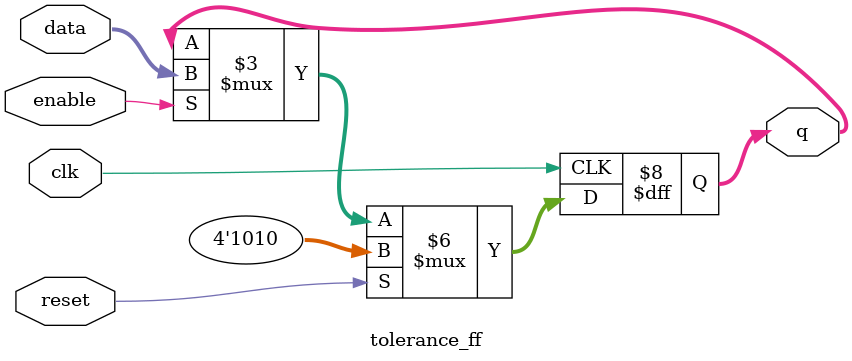
<source format=sv>
`timescale 1ns / 1ps

module tolerance_ff(
  input  [3:0] data,
  input  clk, 
  input  reset,
  input logic enable,
  output reg[3:0] q    //SystemVerilog logic is preferred over reg
);


always_ff @(posedge clk) begin
  if (reset) begin
    q <= 4'b1010;
  end
  else if(enable == 1) begin
    q <= data;
  end
end

endmodule

</source>
